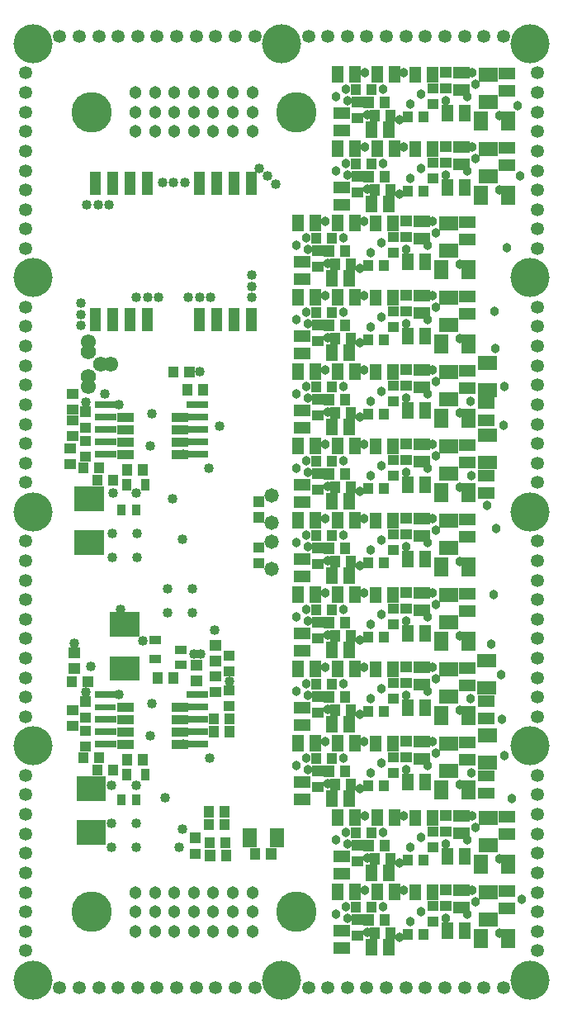
<source format=gbr>
G04 start of page 11 for group -4062 idx -4062 *
G04 Title: HETPREAMPS, soldermask *
G04 Creator: pcb 1.99z *
G04 CreationDate: Mi 04 Jun 2014 09:27:22 GMT UTC *
G04 For: stephan *
G04 Format: Gerber/RS-274X *
G04 PCB-Dimensions (mil): 2952.76 4724.41 *
G04 PCB-Coordinate-Origin: lower left *
%MOIN*%
%FSLAX25Y25*%
%LNBOTTOMMASK*%
%ADD175R,0.0260X0.0260*%
%ADD174R,0.0360X0.0360*%
%ADD173R,0.0240X0.0240*%
%ADD172R,0.0987X0.0987*%
%ADD171R,0.0340X0.0340*%
%ADD170R,0.0420X0.0420*%
%ADD169R,0.0560X0.0560*%
%ADD168R,0.0410X0.0410*%
%ADD167R,0.0460X0.0460*%
%ADD166C,0.0610*%
%ADD165C,0.0580*%
%ADD164C,0.0400*%
%ADD163C,0.0380*%
%ADD162C,0.0613*%
%ADD161C,0.1575*%
%ADD160C,0.0531*%
%ADD159C,0.1635*%
%ADD158C,0.0513*%
G54D158*X112204Y82678D03*
X120078D03*
X127952D03*
X135826D03*
X88582D03*
X96456D03*
X104330D03*
X135826Y66930D03*
Y74804D03*
X127952Y66930D03*
G54D159*X153543Y74804D03*
G54D158*X88582D03*
X96456Y66930D03*
X104330D03*
X112204D03*
X120078D03*
X88582D03*
X96456Y74804D03*
X104330D03*
X112204D03*
X120078D03*
X127952D03*
G54D159*X70865D03*
G54D160*X58071Y44291D03*
X65945D03*
X73819D03*
X81693D03*
X89567D03*
X97441D03*
X105315D03*
G54D161*X47244Y47244D03*
G54D160*X113189Y44291D03*
X121063D03*
X128937D03*
X136811D03*
G54D161*X147638Y47244D03*
G54D160*X44291Y59055D03*
Y66929D03*
Y74803D03*
Y82677D03*
Y90551D03*
Y98425D03*
Y106299D03*
Y114173D03*
Y122047D03*
G54D159*X153543Y397638D03*
G54D160*X158465Y428150D03*
X166339D03*
G54D161*X147638Y425197D03*
G54D158*X112204Y389764D03*
Y397638D03*
X104330Y389764D03*
Y397638D03*
Y405512D03*
G54D160*X105315Y428150D03*
G54D158*X96456Y389764D03*
Y397638D03*
Y405512D03*
G54D160*X97441Y428150D03*
G54D158*X88582Y389764D03*
Y397638D03*
G54D159*X70865D03*
G54D158*X88582Y405512D03*
G54D160*X58071Y428150D03*
X65945D03*
X73819D03*
X81693D03*
X89567D03*
G54D158*X112204Y405512D03*
G54D160*X113189Y428150D03*
X121063D03*
X128937D03*
X136811D03*
G54D158*X135826Y389764D03*
X127952D03*
X135826Y397638D03*
X120078Y389764D03*
X127952Y397638D03*
X120078D03*
X127952Y405512D03*
X120078D03*
X135826D03*
G54D160*X250984Y389764D03*
Y397638D03*
Y405512D03*
Y413386D03*
X174213Y428150D03*
X182087D03*
X189961D03*
X197835D03*
X205709D03*
X213583D03*
X221457D03*
X229331D03*
X237205D03*
G54D161*X248031Y425197D03*
G54D160*X158465Y44291D03*
X166339D03*
X174213D03*
X182087D03*
X189961D03*
X197835D03*
X205709D03*
X213583D03*
X221457D03*
X229331D03*
X237205D03*
X250984Y59055D03*
Y66929D03*
Y74803D03*
Y82677D03*
Y90551D03*
Y98425D03*
G54D161*X248031Y47244D03*
G54D160*X250984Y106299D03*
Y114173D03*
Y122047D03*
Y129921D03*
Y153543D03*
Y161417D03*
Y169291D03*
Y177165D03*
G54D161*X248031Y141732D03*
G54D160*X250984Y185039D03*
Y192913D03*
Y200787D03*
Y208661D03*
Y216535D03*
Y224409D03*
Y248031D03*
G54D161*X248031Y236220D03*
G54D160*X250984Y255906D03*
Y263780D03*
Y271654D03*
Y279528D03*
Y287402D03*
Y295276D03*
Y303150D03*
Y311024D03*
Y318898D03*
G54D161*X248031Y330709D03*
G54D160*X250984Y342520D03*
Y350394D03*
Y358268D03*
Y366142D03*
Y374016D03*
Y381890D03*
X44291Y129921D03*
Y153543D03*
Y161417D03*
Y169291D03*
Y177165D03*
Y185039D03*
Y192913D03*
Y200787D03*
G54D161*X47244Y141732D03*
G54D160*X44291Y208661D03*
Y216535D03*
Y224409D03*
Y248031D03*
G54D161*X47244Y236220D03*
Y330709D03*
G54D162*X69500Y290941D03*
X74500Y295941D03*
X69500Y300941D03*
G54D161*X47244Y425197D03*
G54D160*X44291Y255906D03*
Y263780D03*
Y271654D03*
Y279528D03*
Y287402D03*
Y295276D03*
Y303150D03*
Y311024D03*
Y318898D03*
Y342520D03*
Y350394D03*
Y358268D03*
Y366142D03*
Y374016D03*
Y381890D03*
Y389764D03*
Y397638D03*
Y405512D03*
Y413386D03*
G54D163*X237500Y137941D03*
X210000Y138941D03*
X219500Y156191D03*
X188000Y134691D03*
X198000Y132191D03*
X206500Y133691D03*
X183750Y130941D03*
X240500Y120441D03*
X244750Y79691D03*
X235500Y96191D03*
X195250Y64441D03*
X235500Y66191D03*
X224500Y83441D03*
X197000D03*
X222500Y73691D03*
X226000Y78941D03*
X214000Y72191D03*
X204000Y74691D03*
Y104691D03*
X195250Y94441D03*
X199750Y100941D03*
X214000Y102191D03*
X224500Y113441D03*
X226000Y108941D03*
X222500Y103691D03*
X219500Y126191D03*
X199750Y70941D03*
X182250Y66441D03*
X188750Y76691D03*
X197000Y113441D03*
X188750Y106691D03*
X182250Y96441D03*
X181250Y83441D03*
X173500Y76941D03*
X174250Y72191D03*
X169750Y73691D03*
Y103691D03*
X174250Y102191D03*
X173500Y106941D03*
X181250Y113441D03*
X179250Y124441D03*
G54D164*X100500Y120691D03*
G54D163*X166250Y126441D03*
G54D164*X108000Y142441D03*
X118500Y136941D03*
X107500Y108191D03*
X89000Y110441D03*
X106250Y100941D03*
X89000Y100691D03*
X94750Y145941D03*
X79000Y100691D03*
Y110441D03*
G54D163*X224000Y280941D03*
X224250Y250941D03*
Y130941D03*
X224000Y160941D03*
X237500Y286941D03*
X237250Y271191D03*
X230750Y238941D03*
X234250Y229441D03*
X233250Y202691D03*
X232250Y182941D03*
X236250Y170441D03*
X236500Y152441D03*
X243000Y400191D03*
X244000Y371691D03*
X238750Y342691D03*
X233500Y317191D03*
X234000Y302191D03*
X235500Y366191D03*
Y396191D03*
X224500Y383441D03*
Y413441D03*
X226000Y408941D03*
X222500Y403691D03*
X226000Y378941D03*
X222500Y373691D03*
X153750Y133691D03*
Y163691D03*
X158250Y162191D03*
Y132191D03*
X157500Y136941D03*
X172750Y136691D03*
X157500Y166941D03*
X165250Y173441D03*
X172750Y166691D03*
X166250Y156441D03*
G54D164*X79000Y125941D03*
X89000D03*
X126500Y167941D03*
X70750Y173691D03*
X68500Y163441D03*
X82000Y162441D03*
X95250Y158941D03*
G54D163*X181000Y143441D03*
X208500D03*
X165250D03*
X181000Y173441D03*
X208500D03*
X179250Y154441D03*
X188000Y164691D03*
X198000Y162191D03*
X210000Y168941D03*
X206500Y163691D03*
X183750Y160941D03*
X153750Y193691D03*
X158250Y192191D03*
X157500Y196941D03*
X165250Y203441D03*
X172750Y196691D03*
X166250Y186441D03*
X181000Y203441D03*
X179250Y184441D03*
X181000Y233441D03*
X179250Y214441D03*
X153750Y223691D03*
X158250Y222191D03*
X157500Y226941D03*
X165250Y233441D03*
X172750Y226691D03*
X166250Y216441D03*
G54D165*X143500Y213191D03*
Y224191D03*
Y231691D03*
Y242691D03*
G54D164*X82500Y196691D03*
X64000Y183191D03*
X91500Y184191D03*
X115000Y178691D03*
X120750Y188441D03*
X112250Y178691D03*
X111750Y195441D03*
Y205191D03*
X101750D03*
X107500Y225191D03*
X101750Y195441D03*
X79750Y243691D03*
X79250Y217691D03*
Y227441D03*
X89000Y243691D03*
X89250Y227441D03*
Y217691D03*
X103500Y241441D03*
X108000Y259441D03*
X94750Y262941D03*
X118250Y253941D03*
X122500Y270691D03*
G54D163*X219500Y186191D03*
Y216191D03*
Y246191D03*
Y276191D03*
X188000Y194691D03*
X198000Y192191D03*
X208500Y203441D03*
X210000Y198941D03*
X206500Y193691D03*
X183750Y190941D03*
X210000Y228941D03*
X206500Y223691D03*
X153750Y253691D03*
Y283691D03*
X158250Y282191D03*
Y252191D03*
X157500Y256941D03*
X165250Y263441D03*
X172750Y256691D03*
X166250Y246441D03*
X181000Y263441D03*
X179250Y244441D03*
X181000Y293441D03*
X179250Y274441D03*
X188000Y224691D03*
X183750Y220941D03*
X188000Y254691D03*
X183750Y250941D03*
X188000Y284691D03*
X183750Y280941D03*
X198000Y222191D03*
Y252191D03*
Y282191D03*
X208500Y233441D03*
Y263441D03*
X210000Y258941D03*
X206500Y253691D03*
X208500Y293441D03*
X210000Y288941D03*
X206500Y283691D03*
X157500Y286941D03*
X153750Y313691D03*
X158250Y312191D03*
X157500Y316941D03*
X153750Y343691D03*
X158250Y342191D03*
X165250Y293441D03*
X166250Y276441D03*
X165250Y323441D03*
X166250Y306441D03*
Y336441D03*
X172750Y286691D03*
Y316691D03*
X181000Y323441D03*
X179250Y304441D03*
X181000Y353441D03*
X179250Y334441D03*
X219500Y306191D03*
Y336191D03*
X188000Y314691D03*
X183750Y310941D03*
X188000Y344691D03*
X183750Y340941D03*
X198000Y312191D03*
X208500Y323441D03*
X210000Y318941D03*
X206500Y313691D03*
X198000Y342191D03*
X208500Y353441D03*
X210000Y348941D03*
X206500Y343691D03*
X157500Y346941D03*
X172750Y346691D03*
X165250Y353441D03*
X169750Y373691D03*
X174250Y372191D03*
X173500Y376941D03*
X169750Y403691D03*
X174250Y402191D03*
X173500Y406941D03*
G54D164*X138750Y374691D03*
X142000Y371691D03*
X145250Y368441D03*
G54D163*X197000Y383441D03*
X195250Y364441D03*
X181250Y383441D03*
X188750Y376691D03*
X182250Y366441D03*
X204000Y374691D03*
X214000Y372191D03*
X199750Y370941D03*
X197000Y413441D03*
X204000Y404691D03*
X188750Y406691D03*
X199750Y400941D03*
X214000Y402191D03*
X195250Y394441D03*
X182250Y396441D03*
X181250Y413441D03*
G54D164*X108500Y369191D03*
X104000D03*
X99500D03*
X78000Y360191D03*
X73500D03*
X69000D03*
X119000Y322691D03*
X135500D03*
Y327191D03*
Y331691D03*
X114500Y322691D03*
Y292691D03*
X110000Y322691D03*
X98000D03*
X93500D03*
X89000D03*
X66500Y311441D03*
Y315941D03*
Y320441D03*
X82000Y279441D03*
X95250Y275941D03*
X68500Y280441D03*
X76250Y283691D03*
G54D166*X69500Y286941D03*
Y304941D03*
X78500Y295941D03*
G54D167*X171000Y397191D02*X173000D01*
G54D168*X185300Y396391D02*Y395991D01*
X191700Y396391D02*Y395991D01*
X178050Y395241D02*X178450D01*
G54D167*X184000Y391441D02*Y389441D01*
X191000Y391441D02*Y389441D01*
X171000Y390191D02*X173000D01*
X177250Y353941D02*Y351941D01*
Y383941D02*Y381941D01*
G54D168*X177550Y376891D02*Y376491D01*
G54D167*X170250Y383941D02*Y381941D01*
X171000Y360191D02*X173000D01*
G54D168*X178050Y371641D02*X178450D01*
X178050Y365241D02*X178450D01*
G54D167*X192750Y353691D02*Y351691D01*
X185750Y353691D02*Y351691D01*
G54D168*X185300Y366391D02*Y365991D01*
G54D167*X184000Y361441D02*Y359441D01*
X191000Y361441D02*Y359441D01*
X161250Y353941D02*Y351941D01*
X154250Y353941D02*Y351941D01*
X170250Y353941D02*Y351941D01*
X171000Y367191D02*X173000D01*
X193250Y383941D02*Y381941D01*
X186250Y383941D02*Y381941D01*
G54D168*X183950Y376891D02*Y376491D01*
X189200Y371641D02*Y371241D01*
X182800Y371641D02*Y371241D01*
X191700Y366391D02*Y365991D01*
G54D167*X177250Y413941D02*Y411941D01*
G54D168*X177550Y406891D02*Y406491D01*
X183950Y406891D02*Y406491D01*
X178050Y401641D02*X178450D01*
G54D167*X170250Y413941D02*Y411941D01*
X193250Y413941D02*Y411941D01*
X186250Y413941D02*Y411941D01*
G54D168*X189200Y401641D02*Y401241D01*
X182800Y401641D02*Y401241D01*
G54D169*X230000Y382691D02*X232000D01*
X230000Y371691D02*X232000D01*
G54D167*X237750Y383191D02*X239750D01*
X237750Y376191D02*X239750D01*
G54D169*X239250Y394941D02*Y392941D01*
G54D167*X237750Y406191D02*X239750D01*
X221750Y353191D02*X223750D01*
G54D169*X228250Y364941D02*Y362941D01*
X239250Y364941D02*Y362941D01*
X214000Y352691D02*X216000D01*
G54D168*X197800Y353641D02*X198200D01*
G54D167*X203250Y353441D02*X205250D01*
G54D168*X198550Y365891D02*Y365491D01*
X204950Y365891D02*Y365491D01*
X208550Y370741D02*X208950D01*
G54D167*X221750Y368191D02*Y366191D01*
X214750Y368191D02*Y366191D01*
X219250Y376441D02*X221250D01*
X219250Y383441D02*X221250D01*
G54D168*X213800Y377241D02*X214200D01*
X208550Y377141D02*X208950D01*
X213800Y383641D02*X214200D01*
G54D167*X201750Y383691D02*Y381691D01*
X208750Y383691D02*Y381691D01*
X214750Y398191D02*Y396191D01*
G54D168*X213800Y407241D02*X214200D01*
X208550Y407141D02*X208950D01*
X208550Y400741D02*X208950D01*
X198550Y395891D02*Y395491D01*
X204950Y395891D02*Y395491D01*
X213800Y413641D02*X214200D01*
G54D167*X219250Y413441D02*X221250D01*
X201750Y413691D02*Y411691D01*
X208750Y413691D02*Y411691D01*
G54D169*X228250Y394941D02*Y392941D01*
G54D167*X221750Y398191D02*Y396191D01*
X219250Y406441D02*X221250D01*
G54D169*X230000Y412691D02*X232000D01*
G54D167*X237750Y413191D02*X239750D01*
G54D169*X230000Y401691D02*X232000D01*
G54D170*X72500Y371441D02*Y366441D01*
X79500Y371441D02*Y366441D01*
X86500Y371441D02*Y366441D01*
X93500Y371441D02*Y366441D01*
X114500Y371441D02*Y366441D01*
X121500Y371441D02*Y366441D01*
X128500Y371441D02*Y366441D01*
X135500Y371441D02*Y366441D01*
G54D167*X161250Y173941D02*Y171941D01*
X154250Y173941D02*Y171941D01*
X155000Y180191D02*X157000D01*
G54D168*X161550Y166891D02*Y166491D01*
X162050Y161641D02*X162450D01*
X162050Y155241D02*X162450D01*
G54D167*X155000Y157191D02*X157000D01*
X155000Y150191D02*X157000D01*
G54D168*X167950Y136891D02*Y136491D01*
X166800Y131641D02*Y131241D01*
G54D167*X168000Y121441D02*Y119441D01*
G54D168*X173200Y131641D02*Y131241D01*
X169300Y126391D02*Y125991D01*
G54D167*X168000Y181441D02*Y179441D01*
X175000Y181441D02*Y179441D01*
X161250Y143941D02*Y141941D01*
X154250Y143941D02*Y141941D01*
G54D168*X161550Y136891D02*Y136491D01*
X162050Y131641D02*X162450D01*
X162050Y125241D02*X162450D01*
G54D167*X155000Y127191D02*X157000D01*
X155000Y120191D02*X157000D01*
G54D169*X229750Y134941D02*X231750D01*
G54D167*X229250Y129691D02*X231250D01*
X229250Y152941D02*X231250D01*
G54D169*X229750Y145941D02*X231750D01*
X223250Y154941D02*Y152941D01*
X214000Y131691D02*X216000D01*
G54D167*X221750Y143191D02*X223750D01*
X221750Y136191D02*X223750D01*
G54D168*X183950Y106891D02*Y106491D01*
X213800Y107241D02*X214200D01*
X208550Y107141D02*X208950D01*
G54D167*X193250Y113941D02*Y111941D01*
X201750Y113691D02*Y111691D01*
G54D168*X213800Y113641D02*X214200D01*
G54D167*X219250Y113441D02*X221250D01*
X208750Y113691D02*Y111691D01*
G54D169*X223250Y124941D02*Y122941D01*
G54D168*X197800Y137241D02*X198200D01*
X197800Y143641D02*X198200D01*
G54D167*X203250Y136441D02*X205250D01*
X203250Y143441D02*X205250D01*
X192750Y143691D02*Y141691D01*
G54D168*X192550Y137141D02*X192950D01*
X192550Y130741D02*X192950D01*
G54D169*X212250Y124941D02*Y122941D01*
G54D167*X205750Y128191D02*Y126191D01*
X198750Y128191D02*Y126191D01*
G54D169*X229500Y165191D02*X231500D01*
G54D167*X229250Y159941D02*X231250D01*
G54D169*X214000Y142691D02*X216000D01*
X212250Y154941D02*Y152941D01*
X214000Y161691D02*X216000D01*
G54D167*X221750Y166191D02*X223750D01*
X198750Y158191D02*Y156191D01*
G54D168*X197800Y167241D02*X198200D01*
X197800Y173641D02*X198200D01*
G54D167*X192750Y173691D02*Y171691D01*
G54D168*X192550Y167141D02*X192950D01*
X192550Y160741D02*X192950D01*
G54D169*X229500Y176191D02*X231500D01*
G54D167*X221750Y173191D02*X223750D01*
X205750Y158191D02*Y156191D01*
X203250Y166441D02*X205250D01*
X203250Y173441D02*X205250D01*
G54D169*X214000Y172691D02*X216000D01*
X212250Y184941D02*Y182941D01*
X223250Y184941D02*Y182941D01*
G54D167*X177250Y113941D02*Y111941D01*
X170250Y113941D02*Y111941D01*
X186250Y113941D02*Y111941D01*
G54D168*X177550Y106891D02*Y106491D01*
G54D167*X177250Y143941D02*Y141941D01*
X185750Y143691D02*Y141691D01*
G54D168*X182550Y155891D02*Y155491D01*
X188950Y155891D02*Y155491D01*
G54D167*X175000Y151441D02*Y149441D01*
X170250Y143941D02*Y141941D01*
G54D168*X175700Y126391D02*Y125991D01*
X182550Y125891D02*Y125491D01*
X188950Y125891D02*Y125491D01*
G54D167*X175000Y121441D02*Y119441D01*
X168000Y151441D02*Y149441D01*
X177250Y173941D02*Y171941D01*
X185750Y173691D02*Y171691D01*
X170250Y173941D02*Y171941D01*
G54D168*X167950Y166891D02*Y166491D01*
X166800Y161641D02*Y161241D01*
X173200Y161641D02*Y161241D01*
X169300Y156391D02*Y155991D01*
X175700Y156391D02*Y155991D01*
X113050Y167991D02*X113450D01*
X113050Y174391D02*X113450D01*
G54D171*X106300Y180641D02*X107500D01*
X106300Y174641D02*X107500D01*
G54D168*X103950Y169391D02*Y168991D01*
X120300Y147641D02*Y147241D01*
X126700Y147641D02*Y147241D01*
X120300Y152891D02*Y152491D01*
X126700Y152891D02*Y152491D01*
X126300Y157741D02*X126700D01*
X126300Y164141D02*X126700D01*
X120800Y169891D02*X121200D01*
X120800Y163491D02*X121200D01*
X120800Y182391D02*X121200D01*
X120800Y175991D02*X121200D01*
X126300Y171741D02*X126700D01*
X126300Y178141D02*X126700D01*
X63800Y179391D02*X64200D01*
G54D172*X83266Y173083D02*X85234D01*
G54D168*X63800Y172991D02*X64200D01*
X69450Y167891D02*Y167491D01*
X63050Y167891D02*Y167491D01*
G54D171*X96100Y184441D02*X97300D01*
X96100Y176841D02*X97300D01*
G54D168*X97550Y169391D02*Y168991D01*
X79700Y132141D02*Y131741D01*
X85300Y136391D02*Y135991D01*
X91700Y136391D02*Y135991D01*
X68300Y159641D02*X68700D01*
X68300Y153241D02*X68700D01*
G54D173*X73500Y157441D02*X79500D01*
G54D174*X83250Y147441D02*X86250D01*
X83250Y152441D02*X86250D01*
X83250Y142441D02*X86250D01*
X83250Y157441D02*X86250D01*
G54D175*X73500Y162441D02*X79500D01*
G54D174*X105250Y142441D02*X108250D01*
G54D175*X110500Y162441D02*X116500D01*
X110500Y157441D02*X116500D01*
G54D174*X105250Y152441D02*X108250D01*
X105250Y147441D02*X108250D01*
X105250Y157441D02*X108250D01*
G54D168*X73300Y132141D02*Y131741D01*
X73950Y137141D02*Y136741D01*
G54D172*X69766Y124549D02*X71734D01*
G54D168*X67550Y137141D02*Y136741D01*
X68300Y147891D02*X68700D01*
X68300Y141491D02*X68700D01*
X63050Y156141D02*X63450D01*
X63050Y149741D02*X63450D01*
G54D175*X73500Y142441D02*X79500D01*
X73500Y147441D02*X79500D01*
X73500Y152441D02*X79500D01*
X110500Y147441D02*X116500D01*
X110500Y142441D02*X116500D01*
X110500Y152441D02*X116500D01*
G54D171*X92750Y130841D02*Y129641D01*
X85150Y130841D02*Y129641D01*
G54D172*X69766Y106833D02*X71734D01*
G54D171*X88950Y120641D02*Y119441D01*
X82950Y120641D02*Y119441D01*
G54D168*X112550Y98241D02*X112950D01*
X118800Y97641D02*Y97241D01*
X125200Y97641D02*Y97241D01*
X137050Y98391D02*Y97991D01*
X143450Y98391D02*Y97991D01*
X112550Y104641D02*X112950D01*
G54D169*X145750Y105691D02*Y103691D01*
X134750Y105691D02*Y103691D01*
G54D168*X118550Y102891D02*Y102491D01*
X118300Y110141D02*Y109741D01*
X124950Y102891D02*Y102491D01*
X124700Y110141D02*Y109741D01*
X118300Y115391D02*Y114991D01*
X124700Y115391D02*Y114991D01*
G54D169*X230000Y101691D02*X232000D01*
X228250Y94941D02*Y92941D01*
X239250Y94941D02*Y92941D01*
G54D167*X229250Y122691D02*X231250D01*
G54D169*X230000Y112691D02*X232000D01*
G54D167*X237750Y113191D02*X239750D01*
X237750Y106191D02*X239750D01*
X221750Y98191D02*Y96191D01*
X219250Y106441D02*X221250D01*
X237750Y83191D02*X239750D01*
X237750Y76191D02*X239750D01*
G54D169*X239250Y64941D02*Y62941D01*
X230000Y82691D02*X232000D01*
X230000Y71691D02*X232000D01*
G54D167*X221750Y68191D02*Y66191D01*
G54D169*X228250Y64941D02*Y62941D01*
G54D167*X219250Y76441D02*X221250D01*
X219250Y83441D02*X221250D01*
X171000Y97191D02*X173000D01*
X171000Y90191D02*X173000D01*
G54D168*X178050Y95241D02*X178450D01*
G54D167*X171000Y67191D02*X173000D01*
X171000Y60191D02*X173000D01*
G54D168*X178050Y71641D02*X178450D01*
X177550Y76891D02*Y76491D01*
X178050Y65241D02*X178450D01*
G54D167*X177250Y83941D02*Y81941D01*
X184000Y61441D02*Y59441D01*
X191000Y61441D02*Y59441D01*
G54D168*X185300Y66391D02*Y65991D01*
X191700Y66391D02*Y65991D01*
X183950Y76891D02*Y76491D01*
X189200Y71641D02*Y71241D01*
X182800Y71641D02*Y71241D01*
G54D167*X193250Y83941D02*Y81941D01*
X186250Y83941D02*Y81941D01*
X170250Y83941D02*Y81941D01*
G54D168*X198550Y65891D02*Y65491D01*
G54D167*X201750Y83691D02*Y81691D01*
G54D168*X213800Y77241D02*X214200D01*
G54D167*X214750Y68191D02*Y66191D01*
G54D168*X208550Y77141D02*X208950D01*
X208550Y70741D02*X208950D01*
X204950Y65891D02*Y65491D01*
X189200Y101641D02*Y101241D01*
X182800Y101641D02*Y101241D01*
X178050Y101641D02*X178450D01*
X185300Y96391D02*Y95991D01*
G54D167*X184000Y91441D02*Y89441D01*
G54D168*X191700Y96391D02*Y95991D01*
G54D167*X191000Y91441D02*Y89441D01*
G54D168*X198550Y95891D02*Y95491D01*
X213800Y83641D02*X214200D01*
G54D167*X208750Y83691D02*Y81691D01*
G54D168*X204950Y95891D02*Y95491D01*
X208550Y100741D02*X208950D01*
G54D167*X214750Y98191D02*Y96191D01*
G54D168*X67550Y254141D02*Y253741D01*
X62050Y255491D02*X62450D01*
X62050Y261891D02*X62450D01*
G54D174*X83250Y274441D02*X86250D01*
G54D172*X69016Y223833D02*X70984D01*
G54D168*X68300Y276641D02*X68700D01*
X68300Y270241D02*X68700D01*
X68300Y264891D02*X68700D01*
X68300Y258491D02*X68700D01*
X73950Y254141D02*Y253741D01*
G54D175*X73500Y279441D02*X79500D01*
G54D168*X63050Y273141D02*X63450D01*
X63050Y266741D02*X63450D01*
G54D171*X85150Y247841D02*Y246641D01*
X82950Y237641D02*Y236441D01*
G54D168*X85300Y253391D02*Y252991D01*
X79700Y249141D02*Y248741D01*
G54D172*X83266Y190799D02*X85234D01*
G54D174*X83250Y264441D02*X86250D01*
X83250Y269441D02*X86250D01*
X83250Y259441D02*X86250D01*
G54D168*X73300Y249141D02*Y248741D01*
G54D172*X69016Y241549D02*X70984D01*
G54D170*X93500Y316441D02*Y311441D01*
X86500Y316441D02*Y311441D01*
X79500Y316441D02*Y311441D01*
X72500Y316441D02*Y311441D01*
X135500Y316441D02*Y311441D01*
X128500Y316441D02*Y311441D01*
X121500Y316441D02*Y311441D01*
X114500Y316441D02*Y311441D01*
G54D168*X110450Y292891D02*Y292491D01*
G54D175*X110500Y264441D02*X116500D01*
X110500Y259441D02*X116500D01*
G54D174*X105250D02*X108250D01*
X105250Y264441D02*X108250D01*
G54D168*X109550Y285641D02*Y285241D01*
X115950Y285641D02*Y285241D01*
G54D175*X110500Y279441D02*X116500D01*
X110500Y274441D02*X116500D01*
X110500Y269441D02*X116500D01*
G54D174*X105250D02*X108250D01*
X105250Y274441D02*X108250D01*
G54D168*X104050Y292891D02*Y292491D01*
X63050Y283891D02*X63450D01*
X63050Y277491D02*X63450D01*
G54D175*X73500Y259441D02*X79500D01*
X73500Y264441D02*X79500D01*
X73500Y269441D02*X79500D01*
X73500Y274441D02*X79500D01*
G54D171*X88950Y237641D02*Y236441D01*
G54D168*X91700Y253391D02*Y252991D01*
G54D171*X92750Y247841D02*Y246641D01*
G54D168*X138300Y221891D02*X138700D01*
X138300Y215491D02*X138700D01*
X138300Y233991D02*X138700D01*
X138300Y240391D02*X138700D01*
G54D167*X154250Y203941D02*Y201941D01*
Y233941D02*Y231941D01*
X161250Y203941D02*Y201941D01*
G54D168*X161550Y196891D02*Y196491D01*
G54D167*X155000Y240191D02*X157000D01*
G54D168*X162050Y245241D02*X162450D01*
G54D167*X177250Y203941D02*Y201941D01*
X170250Y203941D02*Y201941D01*
X168000Y211441D02*Y209441D01*
X175000Y211441D02*Y209441D01*
X185750Y203691D02*Y201691D01*
G54D168*X169300Y186391D02*Y185991D01*
G54D167*X155000Y187191D02*X157000D01*
G54D168*X162050Y191641D02*X162450D01*
X162050Y185241D02*X162450D01*
X175700Y186391D02*Y185991D01*
X182550Y185891D02*Y185491D01*
X167950Y196891D02*Y196491D01*
X173200Y191641D02*Y191241D01*
X166800Y191641D02*Y191241D01*
X169300Y246391D02*Y245991D01*
X175700Y246391D02*Y245991D01*
X182550Y245891D02*Y245491D01*
G54D167*X168000Y241441D02*Y239441D01*
X175000Y241441D02*Y239441D01*
X221750Y196191D02*X223750D01*
X221750Y203191D02*X223750D01*
G54D169*X223250Y244941D02*Y242941D01*
X214000Y202691D02*X216000D01*
X214000Y191691D02*X216000D01*
G54D167*X203250Y196441D02*X205250D01*
G54D168*X197800Y197241D02*X198200D01*
G54D167*X203250Y203441D02*X205250D01*
G54D168*X197800Y203641D02*X198200D01*
G54D167*X192750Y203691D02*Y201691D01*
G54D168*X192550Y197141D02*X192950D01*
G54D167*X205750Y188191D02*Y186191D01*
X198750Y188191D02*Y186191D01*
G54D168*X188950Y185891D02*Y185491D01*
X192550Y190741D02*X192950D01*
G54D169*X212250Y244941D02*Y242941D01*
G54D168*X188950Y245891D02*Y245491D01*
G54D169*X223250Y214941D02*Y212941D01*
G54D167*X221750Y226191D02*X223750D01*
G54D169*X212250Y214941D02*Y212941D01*
X214000Y221691D02*X216000D01*
G54D167*X229250Y250941D02*X231250D01*
X229250Y243941D02*X231250D01*
G54D169*X214000Y232691D02*X216000D01*
G54D167*X221750Y233191D02*X223750D01*
G54D169*X214000Y251691D02*X216000D01*
G54D167*X205750Y248191D02*Y246191D01*
X198750Y248191D02*Y246191D01*
G54D168*X192550Y250741D02*X192950D01*
G54D167*X205750Y218191D02*Y216191D01*
X198750Y218191D02*Y216191D01*
X203250Y233441D02*X205250D01*
G54D168*X197800Y227241D02*X198200D01*
X197800Y233641D02*X198200D01*
G54D167*X203250Y226441D02*X205250D01*
X177250Y233941D02*Y231941D01*
X170250Y233941D02*Y231941D01*
G54D168*X167950Y226891D02*Y226491D01*
X166800Y221641D02*Y221241D01*
G54D167*X185750Y233691D02*Y231691D01*
X192750Y233691D02*Y231691D01*
G54D168*X173200Y221641D02*Y221241D01*
X169300Y216391D02*Y215991D01*
X175700Y216391D02*Y215991D01*
X182550Y215891D02*Y215491D01*
X162050Y221641D02*X162450D01*
X162050Y215241D02*X162450D01*
X188950Y215891D02*Y215491D01*
X192550Y227141D02*X192950D01*
X192550Y220741D02*X192950D01*
G54D167*X161250Y233941D02*Y231941D01*
G54D168*X161550Y226891D02*Y226491D01*
G54D167*X155000Y217191D02*X157000D01*
X155000Y210191D02*X157000D01*
X154250Y263941D02*Y261941D01*
X155000Y277191D02*X157000D01*
X155000Y270191D02*X157000D01*
G54D168*X162050Y275241D02*X162450D01*
G54D167*X170250Y263941D02*Y261941D01*
X161250Y263941D02*Y261941D01*
G54D168*X161550Y256891D02*Y256491D01*
G54D167*X155000Y247191D02*X157000D01*
G54D168*X162050Y251641D02*X162450D01*
X167950Y256891D02*Y256491D01*
X173200Y251641D02*Y251241D01*
X166800Y251641D02*Y251241D01*
G54D167*X161250Y323941D02*Y321941D01*
X154250Y323941D02*Y321941D01*
X155000Y330191D02*X157000D01*
X155000Y337191D02*X157000D01*
G54D168*X162050Y335241D02*X162450D01*
X161550Y346891D02*Y346491D01*
X162050Y341641D02*X162450D01*
G54D167*X161250Y293941D02*Y291941D01*
X154250Y293941D02*Y291941D01*
G54D168*X161550Y286891D02*Y286491D01*
X162050Y281641D02*X162450D01*
G54D167*X155000Y300191D02*X157000D01*
X155000Y307191D02*X157000D01*
G54D168*X161550Y316891D02*Y316491D01*
X162050Y311641D02*X162450D01*
X162050Y305241D02*X162450D01*
X167950Y346891D02*Y346491D01*
X192550Y347141D02*X192950D01*
X182550Y335891D02*Y335491D01*
X188950Y335891D02*Y335491D01*
X192550Y340741D02*X192950D01*
X173200Y341641D02*Y341241D01*
X175700Y336391D02*Y335991D01*
X166800Y341641D02*Y341241D01*
X169300Y336391D02*Y335991D01*
G54D167*X168000Y331441D02*Y329441D01*
X175000Y331441D02*Y329441D01*
G54D169*X229750Y296441D02*X231750D01*
X229750Y285441D02*X231750D01*
G54D167*X229250Y280191D02*X231250D01*
G54D169*X223250Y304941D02*Y302941D01*
X214000Y311691D02*X216000D01*
G54D167*X229250Y273191D02*X231250D01*
G54D169*X229750Y256191D02*X231750D01*
X229750Y267191D02*X231750D01*
G54D167*X221750Y263191D02*X223750D01*
X221750Y256191D02*X223750D01*
G54D169*X223250Y274941D02*Y272941D01*
X214000Y292691D02*X216000D01*
X214000Y281691D02*X216000D01*
G54D167*X221750Y293191D02*X223750D01*
X221750Y286191D02*X223750D01*
G54D169*X214000Y322691D02*X216000D01*
X212250Y334941D02*Y332941D01*
G54D167*X221750Y323191D02*X223750D01*
X221750Y316191D02*X223750D01*
G54D169*X223250Y334941D02*Y332941D01*
G54D167*X221750Y346191D02*X223750D01*
G54D169*X214000Y341691D02*X216000D01*
G54D167*X205750Y338191D02*Y336191D01*
X198750Y338191D02*Y336191D01*
G54D168*X197800Y347241D02*X198200D01*
G54D167*X203250Y346441D02*X205250D01*
G54D169*X214000Y262691D02*X216000D01*
G54D167*X203250Y263441D02*X205250D01*
G54D168*X197800Y257241D02*X198200D01*
G54D167*X203250Y256441D02*X205250D01*
G54D168*X192550Y257141D02*X192950D01*
G54D167*X177250Y263941D02*Y261941D01*
G54D168*X197800Y263641D02*X198200D01*
G54D167*X185750Y263691D02*Y261691D01*
X192750Y263691D02*Y261691D01*
G54D169*X212250Y274941D02*Y272941D01*
G54D167*X205750Y278191D02*Y276191D01*
G54D168*X197800Y287241D02*X198200D01*
G54D167*X203250Y286441D02*X205250D01*
G54D168*X192550Y287141D02*X192950D01*
G54D167*X198750Y278191D02*Y276191D01*
G54D168*X173200Y281641D02*Y281241D01*
X175700Y276391D02*Y275991D01*
G54D167*X185750Y293691D02*Y291691D01*
G54D168*X182550Y275891D02*Y275491D01*
X188950Y275891D02*Y275491D01*
X192550Y280741D02*X192950D01*
G54D167*X177250Y293941D02*Y291941D01*
X170250Y293941D02*Y291941D01*
G54D168*X167950Y286891D02*Y286491D01*
X166800Y281641D02*Y281241D01*
X169300Y276391D02*Y275991D01*
G54D167*X168000Y271441D02*Y269441D01*
X175000Y271441D02*Y269441D01*
X168000Y301441D02*Y299441D01*
X175000Y301441D02*Y299441D01*
X177250Y323941D02*Y321941D01*
X170250Y323941D02*Y321941D01*
G54D168*X167950Y316891D02*Y316491D01*
X166800Y311641D02*Y311241D01*
X182550Y305891D02*Y305491D01*
X173200Y311641D02*Y311241D01*
X169300Y306391D02*Y305991D01*
X175700Y306391D02*Y305991D01*
X197800Y293641D02*X198200D01*
G54D167*X203250Y293441D02*X205250D01*
X192750Y293691D02*Y291691D01*
G54D169*X212250Y304941D02*Y302941D01*
G54D167*X198750Y308191D02*Y306191D01*
X205750Y308191D02*Y306191D01*
X203250Y316441D02*X205250D01*
X203250Y323441D02*X205250D01*
G54D168*X197800Y317241D02*X198200D01*
X192550Y317141D02*X192950D01*
X192550Y310741D02*X192950D01*
X197800Y323641D02*X198200D01*
G54D167*X185750Y323691D02*Y321691D01*
X192750Y323691D02*Y321691D01*
G54D168*X188950Y305891D02*Y305491D01*
M02*

</source>
